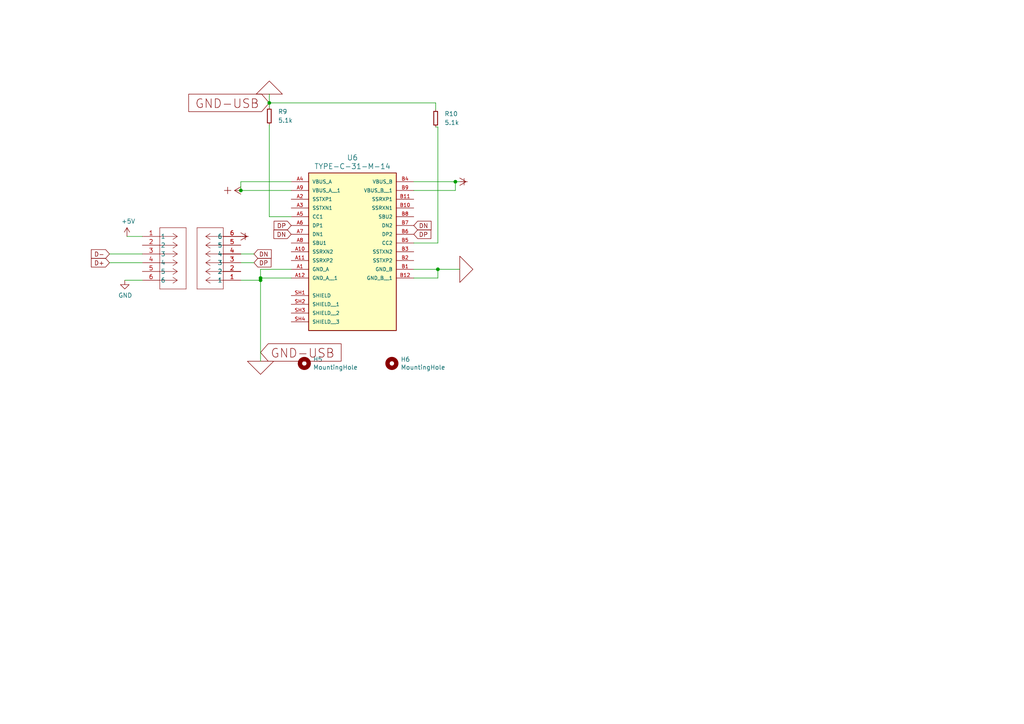
<source format=kicad_sch>
(kicad_sch (version 20230121) (generator eeschema)
  (paper "A4")
  (lib_symbols
    (symbol "2023-05-15_16-34-04:FH34SRJ-6S-0.5SH50" (pin_names (offset 0.254))
      (property "Reference" "J" (at 8.89 6.35 0))
      (property "Value" "FH34SRJ-6S-0.5SH50" (at 0 0 0))
      (symbol "FH34SRJ-6S-0.5SH50_1_1"
        (polyline (pts (xy 5.08 -15.24) (xy 12.7 -15.24)) (stroke (width 0.127)))
        (polyline (pts (xy 5.08 2.54) (xy 5.08 -15.24)) (stroke (width 0.127)))
        (polyline (pts (xy 10.16 -12.7) (xy 5.08 -12.7)) (stroke (width 0.127)))
        (polyline (pts (xy 10.16 -12.7) (xy 8.89 -13.5467)) (stroke (width 0.127)))
        (polyline (pts (xy 10.16 -12.7) (xy 8.89 -11.8533)) (stroke (width 0.127)))
        (polyline (pts (xy 10.16 -10.16) (xy 5.08 -10.16)) (stroke (width 0.127)))
        (polyline (pts (xy 10.16 -10.16) (xy 8.89 -11.0067)) (stroke (width 0.127)))
        (polyline (pts (xy 10.16 -10.16) (xy 8.89 -9.3133)) (stroke (width 0.127)))
        (polyline (pts (xy 10.16 -7.62) (xy 5.08 -7.62)) (stroke (width 0.127)))
        (polyline (pts (xy 10.16 -7.62) (xy 8.89 -8.4667)) (stroke (width 0.127)))
        (polyline (pts (xy 10.16 -7.62) (xy 8.89 -6.7733)) (stroke (width 0.127)))
        (polyline (pts (xy 10.16 -5.08) (xy 5.08 -5.08)) (stroke (width 0.127)))
        (polyline (pts (xy 10.16 -5.08) (xy 8.89 -5.9267)) (stroke (width 0.127)))
        (polyline (pts (xy 10.16 -5.08) (xy 8.89 -4.2333)) (stroke (width 0.127)))
        (polyline (pts (xy 10.16 -2.54) (xy 5.08 -2.54)) (stroke (width 0.127)))
        (polyline (pts (xy 10.16 -2.54) (xy 8.89 -3.3867)) (stroke (width 0.127)))
        (polyline (pts (xy 10.16 -2.54) (xy 8.89 -1.6933)) (stroke (width 0.127)))
        (polyline (pts (xy 10.16 0) (xy 5.08 0)) (stroke (width 0.127)))
        (polyline (pts (xy 10.16 0) (xy 8.89 -0.8467)) (stroke (width 0.127)))
        (polyline (pts (xy 10.16 0) (xy 8.89 0.8467)) (stroke (width 0.127)))
        (polyline (pts (xy 12.7 -15.24) (xy 12.7 2.54)) (stroke (width 0.127)))
        (polyline (pts (xy 12.7 2.54) (xy 5.08 2.54)) (stroke (width 0.127)))
        (pin unspecified line (at 0 0 0) (length 5.08) (name "1") (number "1"))
        (pin unspecified line (at 0 -2.54 0) (length 5.08) (name "2") (number "2"))
        (pin unspecified line (at 0 -5.08 0) (length 5.08) (name "3") (number "3"))
        (pin unspecified line (at 0 -7.62 0) (length 5.08) (name "4") (number "4"))
        (pin unspecified line (at 0 -10.16 0) (length 5.08) (name "5") (number "5"))
        (pin unspecified line (at 0 -12.7 0) (length 5.08) (name "6") (number "6"))
      )
      (symbol "FH34SRJ-6S-0.5SH50_1_2"
        (polyline (pts (xy 5.08 -15.24) (xy 12.7 -15.24)) (stroke (width 0.127)))
        (polyline (pts (xy 5.08 2.54) (xy 5.08 -15.24)) (stroke (width 0.127)))
        (polyline (pts (xy 7.62 -12.7) (xy 5.08 -12.7)) (stroke (width 0.127)))
        (polyline (pts (xy 7.62 -12.7) (xy 8.89 -13.5467)) (stroke (width 0.127)))
        (polyline (pts (xy 7.62 -12.7) (xy 8.89 -11.8533)) (stroke (width 0.127)))
        (polyline (pts (xy 7.62 -10.16) (xy 5.08 -10.16)) (stroke (width 0.127)))
        (polyline (pts (xy 7.62 -10.16) (xy 8.89 -11.0067)) (stroke (width 0.127)))
        (polyline (pts (xy 7.62 -10.16) (xy 8.89 -9.3133)) (stroke (width 0.127)))
        (polyline (pts (xy 7.62 -7.62) (xy 5.08 -7.62)) (stroke (width 0.127)))
        (polyline (pts (xy 7.62 -7.62) (xy 8.89 -8.4667)) (stroke (width 0.127)))
        (polyline (pts (xy 7.62 -7.62) (xy 8.89 -6.7733)) (stroke (width 0.127)))
        (polyline (pts (xy 7.62 -5.08) (xy 5.08 -5.08)) (stroke (width 0.127)))
        (polyline (pts (xy 7.62 -5.08) (xy 8.89 -5.9267)) (stroke (width 0.127)))
        (polyline (pts (xy 7.62 -5.08) (xy 8.89 -4.2333)) (stroke (width 0.127)))
        (polyline (pts (xy 7.62 -2.54) (xy 5.08 -2.54)) (stroke (width 0.127)))
        (polyline (pts (xy 7.62 -2.54) (xy 8.89 -3.3867)) (stroke (width 0.127)))
        (polyline (pts (xy 7.62 -2.54) (xy 8.89 -1.6933)) (stroke (width 0.127)))
        (polyline (pts (xy 7.62 0) (xy 5.08 0)) (stroke (width 0.127)))
        (polyline (pts (xy 7.62 0) (xy 8.89 -0.8467)) (stroke (width 0.127)))
        (polyline (pts (xy 7.62 0) (xy 8.89 0.8467)) (stroke (width 0.127)))
        (polyline (pts (xy 12.7 -15.24) (xy 12.7 2.54)) (stroke (width 0.127)))
        (polyline (pts (xy 12.7 2.54) (xy 5.08 2.54)) (stroke (width 0.127)))
        (pin unspecified line (at 0 0 0) (length 5.08) (name "1") (number "1"))
        (pin unspecified line (at 0 -2.54 0) (length 5.08) (name "2") (number "2"))
        (pin unspecified line (at 0 -5.08 0) (length 5.08) (name "3") (number "3"))
        (pin unspecified line (at 0 -7.62 0) (length 5.08) (name "4") (number "4"))
        (pin unspecified line (at 0 -10.16 0) (length 5.08) (name "5") (number "5"))
        (pin unspecified line (at 0 -12.7 0) (length 5.08) (name "6") (number "6"))
      )
    )
    (symbol "PCM_Generic-50:R,IEC" (pin_numbers hide) (pin_names (offset 0) hide)
      (property "Reference" "R" (at 1.27 1.27 0))
      (property "Value" "R,IEC" (at 1.27 -1.27 0))
      (symbol "R,IEC_1_1"
        (rectangle (start -0.5588 1.9812) (end 0.5588 -1.9812) (stroke (width 0.254)))
        (pin passive line (at 0 2.54 270) (length 0.5588) (name "+") (number "1"))
        (pin passive line (at 0 -2.54 90) (length 0.5588) (name "-") (number "2"))
      )
    )
    (symbol "PCM_Generic:P,+" (power) (pin_numbers hide) (pin_names (offset 1.27) hide)
      (symbol "P,+_1_1"
        (polyline (pts (xy 0 0) (xy 0 1.8288)))
        (polyline (pts (xy -1.0668 0) (xy 0 1.8288) (xy 1.0668 0)))
        (text "+" (at 0 2.54 0) (effects (font (size 2.54 2.54)) (justify bottom)))
        (pin power_in line (at 0 0 0) (length 0) hide (name "+") (number "0"))
      )
    )
    (symbol "PCM_Generic:P,GND_2" (power) (pin_numbers hide) (pin_names (offset 3.81))
      (symbol "P,GND_2_1_1"
        (polyline (pts (xy 0 -3.81) (xy 3.81 0) (xy -3.81 0) (xy 0 -3.81)))
        (pin power_in line (at 0 0 0) (length 0) hide (name "GND") (number "0"))
      )
    )
    (symbol "Trackball-rescue:+5V-power" (power) (pin_names (offset 0))
      (property "Value" "+5V-power" (at 0 3.556 0))
      (symbol "+5V-power_0_1"
        (polyline (pts (xy -0.762 1.27) (xy 0 2.54)))
        (polyline (pts (xy 0 0) (xy 0 2.54)))
        (polyline (pts (xy 0 2.54) (xy 0.762 1.27)))
      )
      (symbol "+5V-power_1_1"
        (pin power_in line (at 0 0 90) (length 0) hide (name "+5V") (number "1"))
      )
    )
    (symbol "Trackball-rescue:GND-power" (power) (pin_names (offset 0))
      (property "Value" "GND-power" (at 0 -3.81 0))
      (symbol "GND-power_0_1"
        (polyline (pts (xy 0 0) (xy 0 -1.27) (xy 1.27 -1.27) (xy 0 -2.54) (xy -1.27 -1.27) (xy 0 -1.27)))
      )
      (symbol "GND-power_1_1"
        (pin power_in line (at 0 0 270) (length 0) hide (name "GND") (number "1"))
      )
    )
    (symbol "Trackball-rescue:MountingHole-Mechanical" (pin_names (offset 1.016))
      (property "Reference" "H" (at 0 5.08 0))
      (property "Value" "Mechanical_MountingHole" (at 0 3.175 0))
      (symbol "MountingHole-Mechanical_0_1"
        (circle (center 0 0) (radius 1.27) (stroke (width 1.27)))
      )
    )
    (symbol "TypeC-6p:GSB3CA11310DSHR" (pin_names (offset 1.016))
      (property "Reference" "J" (at -12.7 16.002 0))
      (property "Value" "GSB3CA11310DSHR" (at -12.7 -33.02 0))
      (symbol "GSB3CA11310DSHR_0_0"
        (rectangle (start -12.7 -30.48) (end 12.7 15.24) (stroke (width 0.254)) (fill (type background)))
        (pin power_in line (at -17.78 -12.7 0) (length 5.08) (name "GND_A") (number "A1"))
        (pin bidirectional line (at -17.78 -7.62 0) (length 5.08) (name "SSRXN2") (number "A10"))
        (pin bidirectional line (at -17.78 -10.16 0) (length 5.08) (name "SSRXP2") (number "A11"))
        (pin power_in line (at -17.78 -15.24 0) (length 5.08) (name "GND_A__1") (number "A12"))
        (pin bidirectional line (at -17.78 7.62 0) (length 5.08) (name "SSTXP1") (number "A2"))
        (pin bidirectional line (at -17.78 5.08 0) (length 5.08) (name "SSTXN1") (number "A3"))
        (pin power_in line (at -17.78 12.7 0) (length 5.08) (name "VBUS_A") (number "A4"))
        (pin bidirectional line (at -17.78 2.54 0) (length 5.08) (name "CC1") (number "A5"))
        (pin bidirectional line (at -17.78 0 0) (length 5.08) (name "DP1") (number "A6"))
        (pin bidirectional line (at -17.78 -2.54 0) (length 5.08) (name "DN1") (number "A7"))
        (pin bidirectional line (at -17.78 -5.08 0) (length 5.08) (name "SBU1") (number "A8"))
        (pin power_in line (at -17.78 10.16 0) (length 5.08) (name "VBUS_A__1") (number "A9"))
        (pin power_in line (at 17.78 -12.7 180) (length 5.08) (name "GND_B") (number "B1"))
        (pin bidirectional line (at 17.78 5.08 180) (length 5.08) (name "SSRXN1") (number "B10"))
        (pin bidirectional line (at 17.78 7.62 180) (length 5.08) (name "SSRXP1") (number "B11"))
        (pin power_in line (at 17.78 -15.24 180) (length 5.08) (name "GND_B__1") (number "B12"))
        (pin bidirectional line (at 17.78 -10.16 180) (length 5.08) (name "SSTXP2") (number "B2"))
        (pin bidirectional line (at 17.78 -7.62 180) (length 5.08) (name "SSTXN2") (number "B3"))
        (pin power_in line (at 17.78 12.7 180) (length 5.08) (name "VBUS_B") (number "B4"))
        (pin bidirectional line (at 17.78 -5.08 180) (length 5.08) (name "CC2") (number "B5"))
        (pin bidirectional line (at 17.78 -2.54 180) (length 5.08) (name "DP2") (number "B6"))
        (pin bidirectional line (at 17.78 0 180) (length 5.08) (name "DN2") (number "B7"))
        (pin bidirectional line (at 17.78 2.54 180) (length 5.08) (name "SBU2") (number "B8"))
        (pin power_in line (at 17.78 10.16 180) (length 5.08) (name "VBUS_B__1") (number "B9"))
        (pin passive line (at -17.78 -20.32 0) (length 5.08) (name "SHIELD") (number "SH1"))
        (pin passive line (at -17.78 -22.86 0) (length 5.08) (name "SHIELD__1") (number "SH2"))
        (pin passive line (at -17.78 -25.4 0) (length 5.08) (name "SHIELD__2") (number "SH3"))
        (pin passive line (at -17.78 -27.94 0) (length 5.08) (name "SHIELD__3") (number "SH4"))
      )
    )
  )
  (junction (at 75.565 80.645))
  (junction (at 69.85 55.245))
  (junction (at 132.08 52.705))
  (junction (at 78.105 29.845))
  (junction (at 75.565 81.28))
  (junction (at 127 78.105))
  (wire (pts (xy 120.015 55.245) (xy 132.08 55.245)))
  (wire (pts (xy 120.015 52.705) (xy 132.08 52.705)))
  (wire (pts (xy 75.565 80.645) (xy 84.455 80.645)))
  (wire (pts (xy 120.015 80.645) (xy 127 80.645)))
  (wire (pts (xy 75.565 78.105) (xy 75.565 80.645)))
  (wire (pts (xy 75.565 80.645) (xy 75.565 81.28)))
  (wire (pts (xy 132.08 52.705) (xy 133.35 52.705)))
  (wire (pts (xy 78.105 27.305) (xy 78.105 29.845)))
  (wire (pts (xy 126.365 31.75) (xy 126.365 29.845)))
  (wire (pts (xy 69.85 73.66) (xy 73.66 73.66)))
  (wire (pts (xy 126.365 36.83) (xy 127 36.83)))
  (wire (pts (xy 31.75 76.2) (xy 41.275 76.2)))
  (wire (pts (xy 78.105 29.845) (xy 78.105 31.115)))
  (wire (pts (xy 78.105 29.845) (xy 126.365 29.845)))
  (wire (pts (xy 69.85 76.2) (xy 73.66 76.2)))
  (wire (pts (xy 84.455 55.245) (xy 69.85 55.245)))
  (wire (pts (xy 127 78.105) (xy 133.35 78.105)))
  (wire (pts (xy 69.85 52.705) (xy 69.85 55.245)))
  (wire (pts (xy 132.08 55.245) (xy 132.08 52.705)))
  (wire (pts (xy 127 70.485) (xy 120.015 70.485)))
  (wire (pts (xy 75.565 78.105) (xy 84.455 78.105)))
  (wire (pts (xy 69.85 52.705) (xy 84.455 52.705)))
  (wire (pts (xy 75.565 81.28) (xy 75.565 104.775)))
  (wire (pts (xy 78.105 36.195) (xy 78.105 62.865)))
  (wire (pts (xy 31.75 73.66) (xy 41.275 73.66)))
  (wire (pts (xy 78.105 62.865) (xy 84.455 62.865)))
  (wire (pts (xy 127 36.83) (xy 127 70.485)))
  (wire (pts (xy 69.85 81.28) (xy 75.565 81.28)))
  (wire (pts (xy 120.015 78.105) (xy 127 78.105)))
  (wire (pts (xy 36.83 68.58) (xy 41.275 68.58)))
  (wire (pts (xy 127 80.645) (xy 127 78.105)))
  (wire (pts (xy 41.275 81.28) (xy 36.195 81.28)))
  (global_label "DP" (shape input) (at 120.015 67.945 0) (property "Intersheetrefs" "${INTERSHEET_REFS}" (effects hide)))
  (global_label "D+" (shape input) (at 31.75 76.2 180) (property "Intersheetrefs" "${INTERSHEET_REFS}" (effects hide)))
  (global_label "DP" (shape input) (at 73.66 76.2 0) (property "Intersheetrefs" "${INTERSHEET_REFS}" (effects hide)))
  (global_label "GND-USB" (shape input) (at 78.105 29.845 180) (effects (font (size 2.54 2.54))) (property "Intersheetrefs" "${INTERSHEET_REFS}" (effects hide)))
  (global_label "DN" (shape input) (at 120.015 65.405 0) (property "Intersheetrefs" "${INTERSHEET_REFS}" (effects hide)))
  (global_label "DP" (shape input) (at 84.455 65.405 180) (property "Intersheetrefs" "${INTERSHEET_REFS}" (effects hide)))
  (global_label "DN" (shape input) (at 84.455 67.945 180) (property "Intersheetrefs" "${INTERSHEET_REFS}" (effects hide)))
  (global_label "D-" (shape input) (at 31.75 73.66 180) (property "Intersheetrefs" "${INTERSHEET_REFS}" (effects hide)))
  (global_label "DN" (shape input) (at 73.66 73.66 0) (property "Intersheetrefs" "${INTERSHEET_REFS}" (effects hide)))
  (global_label "GND-USB" (shape input) (at 75.565 102.235 0) (effects (font (size 2.54 2.54))) (property "Intersheetrefs" "${INTERSHEET_REFS}" (effects hide)))
  (symbol (lib_id "PCM_Generic-50:R,IEC") (at 126.365 34.29 180) (unit 1)
    (property "Reference" "R10" (at 128.905 33.02 0) (effects (justify right)))
    (property "Value" "5.1k" (at 128.905 35.56 0) (effects (justify right)))
    (property "Footprint" "Resistor_SMD:R_1210_3225Metric_Pad1.30x2.65mm_HandSolder" (effects hide))
    (property "Indicator" "+" (effects hide))
  )
  (symbol (lib_id "PCM_Generic-50:R,IEC") (at 78.105 33.655 180) (unit 1)
    (property "Reference" "R9" (at 80.645 32.385 0) (effects (justify right)))
    (property "Value" "5.1k" (at 80.645 34.925 0) (effects (justify right)))
    (property "Footprint" "Resistor_SMD:R_1210_3225Metric_Pad1.30x2.65mm_HandSolder" (effects hide))
    (property "Indicator" "+" (effects hide))
  )
  (symbol (lib_id "Trackball-rescue:+5V-power") (at 36.83 68.58 0) (unit 1)
    (property "Reference" "#PWR033" (effects hide))
    (property "Value" "+5V" (at 37.211 64.1858 0))
  )
  (symbol (lib_id "PCM_Generic:P,GND_2") (at 78.105 27.305 180) (unit 1)
    (property "Reference" "#PWR035" (effects hide))
    (property "Value" "P,GND_2" (effects hide))
  )
  (symbol (lib_id "Trackball-rescue:MountingHole-Mechanical") (at 88.265 105.41 0) (unit 1)
    (property "Reference" "H5" (at 90.805 104.2416 0) (effects (justify left)))
    (property "Value" "MountingHole" (at 90.805 106.553 0) (effects (justify left)))
    (property "Footprint" "MountingHole:MountingHole_3.2mm_M3" (effects hide))
  )
  (symbol (lib_id "Trackball-rescue:GND-power") (at 36.195 81.28 0) (unit 1)
    (property "Reference" "#PWR034" (effects hide))
    (property "Value" "GND" (at 36.322 85.6742 0))
  )
  (symbol (lib_id "PCM_Generic:P,+") (at 69.85 68.58 270) (unit 1)
    (property "Reference" "#PWR038" (effects hide))
    (property "Value" "P,+" (effects hide))
  )
  (symbol (lib_id "TypeC-6p:GSB3CA11310DSHR") (at 102.235 65.405 0) (unit 1)
    (property "Reference" "U6" (at 102.235 45.72 0) (effects (font (size 1.524 1.524))))
    (property "Value" "TYPE-C-31-M-14" (at 102.235 48.26 0) (effects (font (size 1.524 1.524))))
    (property "Footprint" "TypeC:AMPHENOL_GSB3CA11310DSHR" (effects hide))
    (property "Datasheet" "TYPE-C-31-M-14" (effects hide))
    (property "PARTREV" "AX1" (effects hide))
    (property "STANDARD" "Manufacturer Recommendations" (effects hide))
    (property "MAXIMUM_PACKAGE_HEIGHT" "3.315mm" (effects hide))
    (property "MANUFACTURER" "Amphenol" (effects hide))
  )
  (symbol (lib_id "2023-05-15_16-34-04:FH34SRJ-6S-0.5SH50") (at 69.85 81.28 180) (unit 1)
    (property "Reference" "J3" (effects hide))
    (property "Value" "FH34SRJ-6S-0.5SH50" (effects hide))
    (property "Footprint" "footprints:CONN6x1_FH34SRJ-6S-0.5SH50_HIR" (effects hide))
    (property "Datasheet" "FH34SRJ-6S-0.5SH50" (effects hide))
  )
  (symbol (lib_id "2023-05-15_16-34-04:FH34SRJ-6S-0.5SH50") (at 41.275 68.58 0) (unit 1)
    (property "Reference" "J4" (effects hide))
    (property "Value" "FH34SRJ-6S-0.5SH50" (effects hide))
    (property "Footprint" "footprints:CONN6x1_FH34SRJ-6S-0.5SH50_HIR" (effects hide))
    (property "Datasheet" "FH34SRJ-6S-0.5SH50" (effects hide))
  )
  (symbol (lib_id "PCM_Generic:P,+") (at 133.35 52.705 270) (unit 1)
    (property "Reference" "#PWR037" (effects hide))
    (property "Value" "P,+" (effects hide))
  )
  (symbol (lib_id "PCM_Generic:P,GND_2") (at 75.565 104.775 0) (unit 1)
    (property "Reference" "#PWR040" (effects hide))
    (property "Value" "P,GND_2" (effects hide))
  )
  (symbol (lib_id "PCM_Generic:P,+") (at 69.85 55.245 90) (unit 1)
    (property "Reference" "#PWR039" (effects hide))
    (property "Value" "P,+" (effects hide))
  )
  (symbol (lib_id "Trackball-rescue:MountingHole-Mechanical") (at 113.665 105.41 0) (unit 1)
    (property "Reference" "H6" (at 116.205 104.2416 0) (effects (justify left)))
    (property "Value" "MountingHole" (at 116.205 106.553 0) (effects (justify left)))
    (property "Footprint" "MountingHole:MountingHole_3.2mm_M3" (effects hide))
  )
  (symbol (lib_id "PCM_Generic:P,GND_2") (at 133.35 78.105 90) (unit 1)
    (property "Reference" "#PWR036" (effects hide))
    (property "Value" "P,GND_2" (effects hide))
  )
)
</source>
